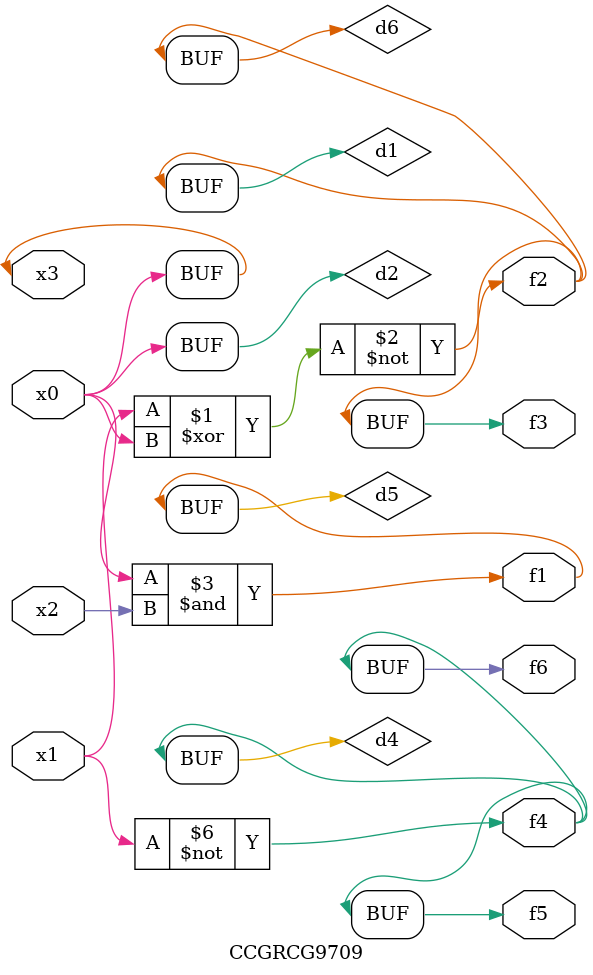
<source format=v>
module CCGRCG9709(
	input x0, x1, x2, x3,
	output f1, f2, f3, f4, f5, f6
);

	wire d1, d2, d3, d4, d5, d6;

	xnor (d1, x1, x3);
	buf (d2, x0, x3);
	nand (d3, x0, x2);
	not (d4, x1);
	nand (d5, d3);
	or (d6, d1);
	assign f1 = d5;
	assign f2 = d6;
	assign f3 = d6;
	assign f4 = d4;
	assign f5 = d4;
	assign f6 = d4;
endmodule

</source>
